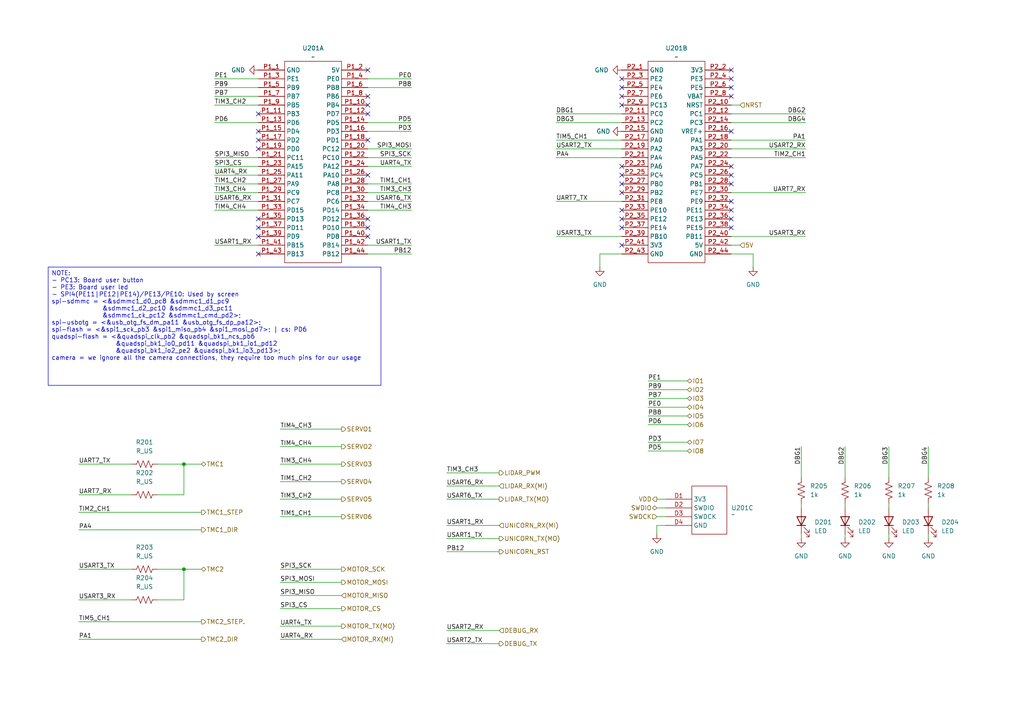
<source format=kicad_sch>
(kicad_sch (version 20250114) (generator "eeschema") (generator_version "9.0")
  (paper "A4")
  (lib_symbols
    (symbol "Device:LED" (pin_numbers (hide yes)) (pin_names (offset 1.016) (hide yes))
      (property "Reference" "D" (at 0 2.54 0))
      (property "Value" "LED" (at 0 -2.54 0))
      (symbol "LED_0_1"
        (polyline (pts (xy -3.048 -0.762) (xy -4.572 -2.286) (xy -3.81 -2.286) (xy -4.572 -2.286) (xy -4.572 -1.524)))
        (polyline (pts (xy -1.778 -0.762) (xy -3.302 -2.286) (xy -2.54 -2.286) (xy -3.302 -2.286) (xy -3.302 -1.524)))
        (polyline (pts (xy -1.27 0) (xy 1.27 0)))
        (polyline (pts (xy -1.27 -1.27) (xy -1.27 1.27)) (stroke (width 0.254)))
        (polyline (pts (xy 1.27 -1.27) (xy 1.27 1.27) (xy -1.27 0) (xy 1.27 -1.27)) (stroke (width 0.254)))
      )
      (symbol "LED_1_1"
        (pin passive line (at -3.81 0 0) (length 2.54) (name "K") (number "1"))
        (pin passive line (at 3.81 0 180) (length 2.54) (name "A") (number "2"))
      )
    )
    (symbol "Device:R_US" (pin_numbers (hide yes)) (pin_names (offset 0))
      (property "Reference" "R" (at 2.54 0 90))
      (property "Value" "R_US" (at -2.54 0 90))
      (symbol "R_US_0_1"
        (polyline (pts (xy 0 2.286) (xy 0 2.54)))
        (polyline (pts (xy 0 2.286) (xy 1.016 1.905) (xy 0 1.524) (xy -1.016 1.143) (xy 0 0.762)))
        (polyline (pts (xy 0 0.762) (xy 1.016 0.381) (xy 0 0) (xy -1.016 -0.381) (xy 0 -0.762)))
        (polyline (pts (xy 0 -0.762) (xy 1.016 -1.143) (xy 0 -1.524) (xy -1.016 -1.905) (xy 0 -2.286)))
        (polyline (pts (xy 0 -2.286) (xy 0 -2.54)))
      )
      (symbol "R_US_1_1"
        (pin passive line (at 0 3.81 270) (length 1.27) (name "~") (number "1"))
        (pin passive line (at 0 -3.81 90) (length 1.27) (name "~") (number "2"))
      )
    )
    (symbol "custom_components:WeAct_H7"
      (property "Reference" "U" (at 0 0 0))
      (symbol "WeAct_H7_1_1"
        (rectangle (start -8.89 59.69) (end 7.62 1.27))
        (pin passive line (at -16.51 57.15 0) (length 7.62) (name "GND") (number "P1_1"))
        (pin passive line (at -16.51 54.61 0) (length 7.62) (name "PE1") (number "P1_3"))
        (pin passive line (at -16.51 52.07 0) (length 7.62) (name "PB9") (number "P1_5"))
        (pin passive line (at -16.51 49.53 0) (length 7.62) (name "PB7") (number "P1_7"))
        (pin passive line (at -16.51 46.99 0) (length 7.62) (name "PB5") (number "P1_9"))
        (pin passive line (at -16.51 44.45 0) (length 7.62) (name "PB3") (number "P1_11"))
        (pin passive line (at -16.51 41.91 0) (length 7.62) (name "PD6") (number "P1_13"))
        (pin passive line (at -16.51 39.37 0) (length 7.62) (name "PD4") (number "P1_15"))
        (pin passive line (at -16.51 36.83 0) (length 7.62) (name "PD2") (number "P1_17"))
        (pin passive line (at -16.51 34.29 0) (length 7.62) (name "PD0") (number "P1_19"))
        (pin passive line (at -16.51 31.75 0) (length 7.62) (name "PC11") (number "P1_21"))
        (pin passive line (at -16.51 29.21 0) (length 7.62) (name "PA15") (number "P1_23"))
        (pin passive line (at -16.51 26.67 0) (length 7.62) (name "PA11") (number "P1_25"))
        (pin passive line (at -16.51 24.13 0) (length 7.62) (name "PA9") (number "P1_27"))
        (pin passive line (at -16.51 21.59 0) (length 7.62) (name "PC9") (number "P1_29"))
        (pin passive line (at -16.51 19.05 0) (length 7.62) (name "PC7") (number "P1_31"))
        (pin passive line (at -16.51 16.51 0) (length 7.62) (name "PD15") (number "P1_33"))
        (pin passive line (at -16.51 13.97 0) (length 7.62) (name "PD13") (number "P1_35"))
        (pin passive line (at -16.51 11.43 0) (length 7.62) (name "PD11") (number "P1_37"))
        (pin passive line (at -16.51 8.89 0) (length 7.62) (name "PD9") (number "P1_39"))
        (pin passive line (at -16.51 6.35 0) (length 7.62) (name "PB15") (number "P1_41"))
        (pin passive line (at -16.51 3.81 0) (length 7.62) (name "PB13") (number "P1_43"))
        (pin passive line (at 15.24 57.15 180) (length 7.62) (name "5V") (number "P1_2"))
        (pin passive line (at 15.24 54.61 180) (length 7.62) (name "PE0") (number "P1_4"))
        (pin passive line (at 15.24 52.07 180) (length 7.62) (name "PB8") (number "P1_6"))
        (pin passive line (at 15.24 49.53 180) (length 7.62) (name "PB6") (number "P1_8"))
        (pin passive line (at 15.24 46.99 180) (length 7.62) (name "PB4") (number "P1_10"))
        (pin passive line (at 15.24 44.45 180) (length 7.62) (name "PD7") (number "P1_12"))
        (pin passive line (at 15.24 41.91 180) (length 7.62) (name "PD5") (number "P1_14"))
        (pin passive line (at 15.24 39.37 180) (length 7.62) (name "PD3") (number "P1_16"))
        (pin passive line (at 15.24 36.83 180) (length 7.62) (name "PD1") (number "P1_18"))
        (pin passive line (at 15.24 34.29 180) (length 7.62) (name "PC12") (number "P1_20"))
        (pin passive line (at 15.24 31.75 180) (length 7.62) (name "PC10") (number "P1_22"))
        (pin passive line (at 15.24 29.21 180) (length 7.62) (name "PA12") (number "P1_24"))
        (pin passive line (at 15.24 26.67 180) (length 7.62) (name "PA10") (number "P1_26"))
        (pin passive line (at 15.24 24.13 180) (length 7.62) (name "PA8") (number "P1_28"))
        (pin passive line (at 15.24 21.59 180) (length 7.62) (name "PC8") (number "P1_30"))
        (pin passive line (at 15.24 19.05 180) (length 7.62) (name "PC6") (number "P1_32"))
        (pin passive line (at 15.24 16.51 180) (length 7.62) (name "PD14") (number "P1_34"))
        (pin passive line (at 15.24 13.97 180) (length 7.62) (name "PD12") (number "P1_36"))
        (pin passive line (at 15.24 11.43 180) (length 7.62) (name "PD10") (number "P1_38"))
        (pin passive line (at 15.24 8.89 180) (length 7.62) (name "PD8") (number "P1_40"))
        (pin passive line (at 15.24 6.35 180) (length 7.62) (name "PB14") (number "P1_42"))
        (pin passive line (at 15.24 3.81 180) (length 7.62) (name "PB12") (number "P1_44"))
      )
      (symbol "WeAct_H7_2_1"
        (rectangle (start -8.89 59.69) (end 7.62 1.27))
        (pin passive line (at -16.51 57.15 0) (length 7.62) (name "GND") (number "P2_1"))
        (pin passive line (at -16.51 54.61 0) (length 7.62) (name "PE2") (number "P2_3"))
        (pin passive line (at -16.51 52.07 0) (length 7.62) (name "PE4") (number "P2_5"))
        (pin passive line (at -16.51 49.53 0) (length 7.62) (name "PE6") (number "P2_7"))
        (pin passive line (at -16.51 46.99 0) (length 7.62) (name "PC13") (number "P2_9"))
        (pin passive line (at -16.51 44.45 0) (length 7.62) (name "PC0") (number "P2_11"))
        (pin passive line (at -16.51 41.91 0) (length 7.62) (name "PC2") (number "P2_13"))
        (pin passive line (at -16.51 39.37 0) (length 7.62) (name "GND") (number "P2_15"))
        (pin passive line (at -16.51 36.83 0) (length 7.62) (name "PA0") (number "P2_17"))
        (pin passive line (at -16.51 34.29 0) (length 7.62) (name "PA2") (number "P2_19"))
        (pin passive line (at -16.51 31.75 0) (length 7.62) (name "PA4") (number "P2_21"))
        (pin passive line (at -16.51 29.21 0) (length 7.62) (name "PA6") (number "P2_23"))
        (pin passive line (at -16.51 26.67 0) (length 7.62) (name "PC4") (number "P2_25"))
        (pin passive line (at -16.51 24.13 0) (length 7.62) (name "PB0") (number "P2_27"))
        (pin passive line (at -16.51 21.59 0) (length 7.62) (name "PB2") (number "P2_29"))
        (pin passive line (at -16.51 19.05 0) (length 7.62) (name "PE8") (number "P2_31"))
        (pin passive line (at -16.51 16.51 0) (length 7.62) (name "PE10") (number "P2_33"))
        (pin passive line (at -16.51 13.97 0) (length 7.62) (name "PE12") (number "P2_35"))
        (pin passive line (at -16.51 11.43 0) (length 7.62) (name "PE14") (number "P2_37"))
        (pin passive line (at -16.51 8.89 0) (length 7.62) (name "PB10") (number "P2_39"))
        (pin passive line (at -16.51 6.35 0) (length 7.62) (name "3V3") (number "P2_41"))
        (pin passive line (at -16.51 3.81 0) (length 7.62) (name "GND") (number "P2_43"))
        (pin passive line (at 15.24 57.15 180) (length 7.62) (name "3V3") (number "P2_2"))
        (pin passive line (at 15.24 54.61 180) (length 7.62) (name "PE3") (number "P2_4"))
        (pin passive line (at 15.24 52.07 180) (length 7.62) (name "PE5") (number "P2_6"))
        (pin passive line (at 15.24 49.53 180) (length 7.62) (name "VBAT") (number "P2_8"))
        (pin passive line (at 15.24 46.99 180) (length 7.62) (name "NRST") (number "P2_10"))
        (pin passive line (at 15.24 44.45 180) (length 7.62) (name "PC1") (number "P2_12"))
        (pin passive line (at 15.24 41.91 180) (length 7.62) (name "PC3") (number "P2_14"))
        (pin passive line (at 15.24 39.37 180) (length 7.62) (name "VREF+") (number "P2_16"))
        (pin passive line (at 15.24 36.83 180) (length 7.62) (name "PA1") (number "P2_18"))
        (pin passive line (at 15.24 34.29 180) (length 7.62) (name "PA3") (number "P2_20"))
        (pin passive line (at 15.24 31.75 180) (length 7.62) (name "PA5") (number "P2_22"))
        (pin passive line (at 15.24 29.21 180) (length 7.62) (name "PA7") (number "P2_24"))
        (pin passive line (at 15.24 26.67 180) (length 7.62) (name "PC5") (number "P2_26"))
        (pin passive line (at 15.24 24.13 180) (length 7.62) (name "PB1") (number "P2_28"))
        (pin passive line (at 15.24 21.59 180) (length 7.62) (name "PE7") (number "P2_30"))
        (pin passive line (at 15.24 19.05 180) (length 7.62) (name "PE9") (number "P2_32"))
        (pin passive line (at 15.24 16.51 180) (length 7.62) (name "PE11") (number "P2_34"))
        (pin passive line (at 15.24 13.97 180) (length 7.62) (name "PE13") (number "P2_36"))
        (pin passive line (at 15.24 11.43 180) (length 7.62) (name "PE15") (number "P2_38"))
        (pin passive line (at 15.24 8.89 180) (length 7.62) (name "PB11") (number "P2_40"))
        (pin passive line (at 15.24 6.35 180) (length 7.62) (name "5V") (number "P2_42"))
        (pin passive line (at 15.24 3.81 180) (length 7.62) (name "GND") (number "P2_44"))
      )
      (symbol "WeAct_H7_3_1"
        (rectangle (start -5.08 15.24) (end 5.08 1.27))
        (pin passive line (at -12.7 11.43 0) (length 7.62) (name "3V3") (number "D1"))
        (pin passive line (at -12.7 8.89 0) (length 7.62) (name "SWDIO") (number "D2"))
        (pin passive line (at -12.7 6.35 0) (length 7.62) (name "SWDCK") (number "D3"))
        (pin passive line (at -12.7 3.81 0) (length 7.62) (name "GND") (number "D4"))
      )
    )
    (symbol "power:GND" (power) (pin_numbers (hide yes)) (pin_names (offset 0) (hide yes))
      (property "Value" "GND" (at 0 -3.81 0))
      (symbol "GND_0_1"
        (polyline (pts (xy 0 0) (xy 0 -1.27) (xy 1.27 -1.27) (xy 0 -2.54) (xy -1.27 -1.27) (xy 0 -1.27)))
      )
      (symbol "GND_1_1"
        (pin power_in line (at 0 0 270) (length 0) (name "~") (number "1"))
      )
    )
  )
  (text_box "NOTE:\n- PC13: Board user button\n- PE3: Board user led\n- SPI4(PE11|PE12|PE14)/PE13/PE10: Used by screen\nspi-sdmmc = <&sdmmc1_d0_pc8 &sdmmc1_d1_pc9\n		     &sdmmc1_d2_pc10 &sdmmc1_d3_pc11\n		     &sdmmc1_ck_pc12 &sdmmc1_cmd_pd2>;\nspi-usbotg = <&usb_otg_fs_dm_pa11 &usb_otg_fs_dp_pa12>;\nspi-flash = <&spi1_sck_pb3 &spi1_miso_pb4 &spi1_mosi_pd7>; | cs: PD6\nquadspi-flash = <&quadspi_clk_pb2 &quadspi_bk1_ncs_pb6\n		         &quadspi_bk1_io0_pd11 &quadspi_bk1_io1_pd12\n		         &quadspi_bk1_io2_pe2 &quadspi_bk1_io3_pd13>;\ncamera = we ignore all the camera connections, they require too much pins for our usage" (at 13.97 77.47 0) (size 96.52 34.29) (margins 0.9525 0.9525 0.9525 0.9525) (effects (font (size 1.27 1.27)) (justify left top)))
  (junction (at 53.34 165.1))
  (junction (at 53.34 134.62))
  (no_connect (at 180.34 66.04))
  (no_connect (at 180.34 25.4))
  (no_connect (at 212.09 53.34))
  (no_connect (at 106.68 66.04))
  (no_connect (at 74.93 33.02))
  (no_connect (at 106.68 20.32))
  (no_connect (at 212.09 25.4))
  (no_connect (at 212.09 50.8))
  (no_connect (at 106.68 30.48))
  (no_connect (at 180.34 60.96))
  (no_connect (at 180.34 63.5))
  (no_connect (at 180.34 22.86))
  (no_connect (at 212.09 38.1))
  (no_connect (at 180.34 55.88))
  (no_connect (at 212.09 48.26))
  (no_connect (at 212.09 63.5))
  (no_connect (at 212.09 20.32))
  (no_connect (at 180.34 30.48))
  (no_connect (at 180.34 50.8))
  (no_connect (at 180.34 48.26))
  (no_connect (at 212.09 60.96))
  (no_connect (at 180.34 71.12))
  (no_connect (at 180.34 27.94))
  (no_connect (at 74.93 38.1))
  (no_connect (at 180.34 53.34))
  (no_connect (at 106.68 50.8))
  (no_connect (at 74.93 63.5))
  (no_connect (at 74.93 73.66))
  (no_connect (at 106.68 68.58))
  (no_connect (at 212.09 27.94))
  (no_connect (at 106.68 63.5))
  (no_connect (at 106.68 40.64))
  (no_connect (at 74.93 68.58))
  (no_connect (at 74.93 43.18))
  (no_connect (at 106.68 27.94))
  (no_connect (at 212.09 58.42))
  (no_connect (at 106.68 33.02))
  (no_connect (at 74.93 40.64))
  (no_connect (at 212.09 66.04))
  (no_connect (at 212.09 22.86))
  (no_connect (at 74.93 66.04))
  (wire (pts (xy 81.28 144.78) (xy 99.06 144.78)))
  (wire (pts (xy 212.09 71.12) (xy 214.63 71.12)))
  (wire (pts (xy 212.09 68.58) (xy 233.68 68.58)))
  (wire (pts (xy 62.23 55.88) (xy 74.93 55.88)))
  (wire (pts (xy 269.24 154.94) (xy 269.24 156.21)))
  (wire (pts (xy 53.34 165.1) (xy 45.72 165.1)))
  (wire (pts (xy 53.34 134.62) (xy 58.42 134.62)))
  (wire (pts (xy 106.68 25.4) (xy 119.38 25.4)))
  (wire (pts (xy 106.68 38.1) (xy 119.38 38.1)))
  (wire (pts (xy 62.23 25.4) (xy 74.93 25.4)))
  (wire (pts (xy 81.28 139.7) (xy 99.06 139.7)))
  (wire (pts (xy 161.29 43.18) (xy 180.34 43.18)))
  (wire (pts (xy 81.28 185.42) (xy 99.06 185.42)))
  (wire (pts (xy 212.09 55.88) (xy 233.68 55.88)))
  (wire (pts (xy 144.78 156.21) (xy 129.54 156.21)))
  (wire (pts (xy 173.99 73.66) (xy 173.99 77.47)))
  (wire (pts (xy 161.29 68.58) (xy 180.34 68.58)))
  (wire (pts (xy 187.96 118.11) (xy 199.39 118.11)))
  (wire (pts (xy 269.24 129.54) (xy 269.24 138.43)))
  (wire (pts (xy 106.68 35.56) (xy 119.38 35.56)))
  (wire (pts (xy 190.5 147.32) (xy 193.04 147.32)))
  (wire (pts (xy 81.28 165.1) (xy 99.06 165.1)))
  (wire (pts (xy 245.11 146.05) (xy 245.11 147.32)))
  (wire (pts (xy 257.81 129.54) (xy 257.81 138.43)))
  (wire (pts (xy 81.28 124.46) (xy 99.06 124.46)))
  (wire (pts (xy 62.23 50.8) (xy 74.93 50.8)))
  (wire (pts (xy 45.72 143.51) (xy 53.34 143.51)))
  (wire (pts (xy 106.68 22.86) (xy 119.38 22.86)))
  (wire (pts (xy 106.68 43.18) (xy 119.38 43.18)))
  (wire (pts (xy 81.28 129.54) (xy 99.06 129.54)))
  (wire (pts (xy 161.29 33.02) (xy 180.34 33.02)))
  (wire (pts (xy 45.72 173.99) (xy 53.34 173.99)))
  (wire (pts (xy 212.09 40.64) (xy 233.68 40.64)))
  (wire (pts (xy 187.96 113.03) (xy 199.39 113.03)))
  (wire (pts (xy 22.86 134.62) (xy 38.1 134.62)))
  (wire (pts (xy 106.68 55.88) (xy 119.38 55.88)))
  (wire (pts (xy 187.96 120.65) (xy 199.39 120.65)))
  (wire (pts (xy 161.29 35.56) (xy 180.34 35.56)))
  (wire (pts (xy 62.23 60.96) (xy 74.93 60.96)))
  (wire (pts (xy 245.11 154.94) (xy 245.11 156.21)))
  (wire (pts (xy 187.96 128.27) (xy 199.39 128.27)))
  (wire (pts (xy 212.09 35.56) (xy 233.68 35.56)))
  (wire (pts (xy 190.5 152.4) (xy 190.5 154.94)))
  (wire (pts (xy 81.28 149.86) (xy 99.06 149.86)))
  (wire (pts (xy 22.86 165.1) (xy 38.1 165.1)))
  (wire (pts (xy 144.78 152.4) (xy 129.54 152.4)))
  (wire (pts (xy 106.68 45.72) (xy 119.38 45.72)))
  (wire (pts (xy 161.29 45.72) (xy 180.34 45.72)))
  (wire (pts (xy 106.68 73.66) (xy 119.38 73.66)))
  (wire (pts (xy 58.42 148.59) (xy 22.86 148.59)))
  (wire (pts (xy 62.23 71.12) (xy 74.93 71.12)))
  (wire (pts (xy 58.42 180.34) (xy 22.86 180.34)))
  (wire (pts (xy 62.23 27.94) (xy 74.93 27.94)))
  (wire (pts (xy 58.42 153.67) (xy 22.86 153.67)))
  (wire (pts (xy 81.28 172.72) (xy 99.06 172.72)))
  (wire (pts (xy 187.96 115.57) (xy 199.39 115.57)))
  (wire (pts (xy 129.54 186.69) (xy 144.78 186.69)))
  (wire (pts (xy 257.81 154.94) (xy 257.81 156.21)))
  (wire (pts (xy 187.96 123.19) (xy 199.39 123.19)))
  (wire (pts (xy 161.29 40.64) (xy 180.34 40.64)))
  (wire (pts (xy 190.5 144.78) (xy 193.04 144.78)))
  (wire (pts (xy 22.86 173.99) (xy 38.1 173.99)))
  (wire (pts (xy 81.28 181.61) (xy 99.06 181.61)))
  (wire (pts (xy 212.09 43.18) (xy 233.68 43.18)))
  (wire (pts (xy 62.23 22.86) (xy 74.93 22.86)))
  (wire (pts (xy 187.96 110.49) (xy 199.39 110.49)))
  (wire (pts (xy 212.09 33.02) (xy 233.68 33.02)))
  (wire (pts (xy 62.23 30.48) (xy 74.93 30.48)))
  (wire (pts (xy 245.11 129.54) (xy 245.11 138.43)))
  (wire (pts (xy 129.54 182.88) (xy 144.78 182.88)))
  (wire (pts (xy 190.5 149.86) (xy 193.04 149.86)))
  (wire (pts (xy 144.78 144.78) (xy 129.54 144.78)))
  (wire (pts (xy 106.68 58.42) (xy 119.38 58.42)))
  (wire (pts (xy 193.04 152.4) (xy 190.5 152.4)))
  (wire (pts (xy 106.68 48.26) (xy 119.38 48.26)))
  (wire (pts (xy 106.68 71.12) (xy 119.38 71.12)))
  (wire (pts (xy 212.09 45.72) (xy 233.68 45.72)))
  (wire (pts (xy 187.96 130.81) (xy 199.39 130.81)))
  (wire (pts (xy 53.34 143.51) (xy 53.34 134.62)))
  (wire (pts (xy 62.23 53.34) (xy 74.93 53.34)))
  (wire (pts (xy 53.34 165.1) (xy 58.42 165.1)))
  (wire (pts (xy 257.81 146.05) (xy 257.81 147.32)))
  (wire (pts (xy 58.42 185.42) (xy 22.86 185.42)))
  (wire (pts (xy 232.41 146.05) (xy 232.41 147.32)))
  (wire (pts (xy 144.78 140.97) (xy 129.54 140.97)))
  (wire (pts (xy 62.23 48.26) (xy 74.93 48.26)))
  (wire (pts (xy 81.28 168.91) (xy 99.06 168.91)))
  (wire (pts (xy 212.09 73.66) (xy 218.44 73.66)))
  (wire (pts (xy 81.28 176.53) (xy 99.06 176.53)))
  (wire (pts (xy 62.23 35.56) (xy 74.93 35.56)))
  (wire (pts (xy 74.93 45.72) (xy 62.23 45.72)))
  (wire (pts (xy 218.44 73.66) (xy 218.44 77.47)))
  (wire (pts (xy 106.68 60.96) (xy 119.38 60.96)))
  (wire (pts (xy 161.29 58.42) (xy 180.34 58.42)))
  (wire (pts (xy 106.68 53.34) (xy 119.38 53.34)))
  (wire (pts (xy 214.63 30.48) (xy 212.09 30.48)))
  (wire (pts (xy 180.34 73.66) (xy 173.99 73.66)))
  (wire (pts (xy 232.41 129.54) (xy 232.41 138.43)))
  (wire (pts (xy 269.24 146.05) (xy 269.24 147.32)))
  (wire (pts (xy 81.28 134.62) (xy 99.06 134.62)))
  (wire (pts (xy 45.72 134.62) (xy 53.34 134.62)))
  (wire (pts (xy 232.41 154.94) (xy 232.41 156.21)))
  (wire (pts (xy 144.78 160.02) (xy 129.54 160.02)))
  (wire (pts (xy 53.34 173.99) (xy 53.34 165.1)))
  (wire (pts (xy 22.86 143.51) (xy 38.1 143.51)))
  (wire (pts (xy 129.54 137.16) (xy 144.78 137.16)))
  (wire (pts (xy 62.23 58.42) (xy 74.93 58.42)))
  (label "PE1" (at 187.96 110.49 0))
  (label "PB7" (at 62.23 27.94 0))
  (label "USART2_RX" (at 129.54 182.88 0))
  (label "TIM4_CH4" (at 81.28 129.54 0))
  (label "UART7_RX" (at 233.68 55.88 180))
  (label "SPI3_CS" (at 62.23 48.26 0))
  (label "TIM3_CH3" (at 119.38 55.88 180))
  (label "PD6" (at 62.23 35.56 0))
  (label "PD3" (at 187.96 128.27 0))
  (label "PB7" (at 187.96 115.57 0))
  (label "DBG2" (at 233.68 33.02 180))
  (label "USART6_TX" (at 119.38 58.42 180))
  (label "SPI3_MISO" (at 62.23 45.72 0))
  (label "UART4_RX" (at 81.28 185.42 0))
  (label "USART1_RX" (at 129.54 152.4 0))
  (label "SPI3_SCK" (at 81.28 165.1 0))
  (label "TIM1_CH1" (at 81.28 149.86 0))
  (label "USART1_TX" (at 129.54 156.21 0))
  (label "SPI3_MISO" (at 81.28 172.72 0))
  (label "TIM4_CH4" (at 62.23 60.96 0))
  (label "USART3_TX" (at 161.29 68.58 0))
  (label "PD5" (at 187.96 130.81 0))
  (label "TIM3_CH3" (at 129.54 137.16 0))
  (label "UART7_TX" (at 22.86 134.62 0))
  (label "PE0" (at 187.96 118.11 0))
  (label "USART2_TX" (at 129.54 186.69 0))
  (label "SPI3_MOSI" (at 119.38 43.18 180))
  (label "PB12" (at 119.38 73.66 180))
  (label "USART3_RX" (at 22.86 173.99 0))
  (label "PA4" (at 22.86 153.67 0))
  (label "USART6_TX" (at 129.54 144.78 0))
  (label "DBG1" (at 161.29 33.02 0))
  (label "TIM3_CH4" (at 81.28 134.62 0))
  (label "PE1" (at 62.23 22.86 0))
  (label "USART3_RX" (at 233.68 68.58 180))
  (label "DBG3" (at 161.29 35.56 0))
  (label "PD5" (at 119.38 35.56 180))
  (label "PB12" (at 129.54 160.02 0))
  (label "PD6" (at 187.96 123.19 0))
  (label "PB9" (at 62.23 25.4 0))
  (label "PB9" (at 187.96 113.03 0))
  (label "USART1_RX" (at 62.23 71.12 0))
  (label "PA1" (at 233.68 40.64 180))
  (label "USART1_TX" (at 119.38 71.12 180))
  (label "TIM4_CH3" (at 119.38 60.96 180))
  (label "DBG3" (at 257.81 129.54 270))
  (label "UART4_TX" (at 81.28 181.61 0))
  (label "TIM5_CH1" (at 22.86 180.34 0))
  (label "UART7_TX" (at 161.29 58.42 0))
  (label "TIM5_CH1" (at 161.29 40.64 0))
  (label "TIM3_CH2" (at 62.23 30.48 0))
  (label "PA1" (at 22.86 185.42 0))
  (label "PD3" (at 119.38 38.1 180))
  (label "TIM2_CH1" (at 233.68 45.72 180))
  (label "USART6_RX" (at 62.23 58.42 0))
  (label "UART4_TX" (at 119.38 48.26 180))
  (label "UART4_RX" (at 62.23 50.8 0))
  (label "TIM4_CH3" (at 81.28 124.46 0))
  (label "USART2_TX" (at 161.29 43.18 0))
  (label "DBG2" (at 245.11 129.54 270))
  (label "TIM1_CH2" (at 62.23 53.34 0))
  (label "DBG4" (at 269.24 129.54 270))
  (label "PB8" (at 187.96 120.65 0))
  (label "TIM1_CH2" (at 81.28 139.7 0))
  (label "TIM3_CH4" (at 62.23 55.88 0))
  (label "TIM3_CH2" (at 81.28 144.78 0))
  (label "PE0" (at 119.38 22.86 180))
  (label "UART7_RX" (at 22.86 143.51 0))
  (label "SPI3_SCK" (at 119.38 45.72 180))
  (label "PB8" (at 119.38 25.4 180))
  (label "USART6_RX" (at 129.54 140.97 0))
  (label "DBG1" (at 232.41 129.54 270))
  (label "USART3_TX" (at 22.86 165.1 0))
  (label "TIM1_CH1" (at 119.38 53.34 180))
  (label "TIM2_CH1" (at 22.86 148.59 0))
  (label "PA4" (at 161.29 45.72 0))
  (label "USART2_RX" (at 233.68 43.18 180))
  (label "SPI3_MOSI" (at 81.28 168.91 0))
  (label "SPI3_CS" (at 81.28 176.53 0))
  (label "DBG4" (at 233.68 35.56 180))
  (hierarchical_label "MOTOR_MISO" (shape input) (at 99.06 172.72 0))
  (hierarchical_label "IO4" (shape bidirectional) (at 199.39 118.11 0))
  (hierarchical_label "MOTOR_RX(MI)" (shape input) (at 99.06 185.42 0))
  (hierarchical_label "SERVO6" (shape output) (at 99.06 149.86 0))
  (hierarchical_label "VDD" (shape output) (at 190.5 144.78 180))
  (hierarchical_label "SWDIO" (shape bidirectional) (at 190.5 147.32 180))
  (hierarchical_label "DEBUG_TX" (shape output) (at 144.78 186.69 0))
  (hierarchical_label "SERVO2" (shape output) (at 99.06 129.54 0))
  (hierarchical_label "IO3" (shape bidirectional) (at 199.39 115.57 0))
  (hierarchical_label "TMC2" (shape bidirectional) (at 58.42 165.1 0))
  (hierarchical_label "UNICORN_RST" (shape output) (at 144.78 160.02 0))
  (hierarchical_label "LIDAR_PWM" (shape output) (at 144.78 137.16 0))
  (hierarchical_label "LIDAR_RX(MI)" (shape input) (at 144.78 140.97 0))
  (hierarchical_label "SERVO4" (shape output) (at 99.06 139.7 0))
  (hierarchical_label "5V" (shape input) (at 214.63 71.12 0))
  (hierarchical_label "TMC2_STEP." (shape output) (at 58.42 180.34 0))
  (hierarchical_label "MOTOR_MOSI" (shape output) (at 99.06 168.91 0))
  (hierarchical_label "SERVO3" (shape output) (at 99.06 134.62 0))
  (hierarchical_label "UNICORN_RX(MI)" (shape input) (at 144.78 152.4 0))
  (hierarchical_label "SWDCK" (shape input) (at 190.5 149.86 180))
  (hierarchical_label "MOTOR_TX(MO)" (shape output) (at 99.06 181.61 0))
  (hierarchical_label "IO5" (shape bidirectional) (at 199.39 120.65 0))
  (hierarchical_label "IO6" (shape bidirectional) (at 199.39 123.19 0))
  (hierarchical_label "TMC1_DIR" (shape output) (at 58.42 153.67 0))
  (hierarchical_label "LIDAR_TX(MO)" (shape output) (at 144.78 144.78 0))
  (hierarchical_label "TMC1" (shape bidirectional) (at 58.42 134.62 0))
  (hierarchical_label "IO7" (shape bidirectional) (at 199.39 128.27 0))
  (hierarchical_label "DEBUG_RX" (shape input) (at 144.78 182.88 0))
  (hierarchical_label "MOTOR_CS" (shape output) (at 99.06 176.53 0))
  (hierarchical_label "SERVO1" (shape output) (at 99.06 124.46 0))
  (hierarchical_label "UNICORN_TX(MO)" (shape output) (at 144.78 156.21 0))
  (hierarchical_label "MOTOR_SCK" (shape output) (at 99.06 165.1 0))
  (hierarchical_label "TMC1_STEP" (shape output) (at 58.42 148.59 0))
  (hierarchical_label "IO2" (shape bidirectional) (at 199.39 113.03 0))
  (hierarchical_label "IO1" (shape bidirectional) (at 199.39 110.49 0))
  (hierarchical_label "TMC2_DIR" (shape output) (at 58.42 185.42 0))
  (hierarchical_label "IO8" (shape bidirectional) (at 199.39 130.81 0))
  (hierarchical_label "SERVO5" (shape output) (at 99.06 144.78 0))
  (hierarchical_label "NRST" (shape input) (at 214.63 30.48 0))
  (symbol (lib_id "power:GND") (at 180.34 38.1 270) (unit 1)
    (property "Reference" "#PWR0210" (effects (hide yes)))
    (property "Value" "GND" (at 177.038 38.1 90) (effects (justify right)))
    (property "Description" "Power symbol creates a global label with name \"GND\" , ground" (effects (hide yes)))
  )
  (symbol (lib_id "Device:LED") (at 257.81 151.13 90) (unit 1)
    (property "Reference" "D203" (at 261.62 151.4474 90) (effects (justify right)))
    (property "Value" "LED" (at 261.62 153.9874 90) (effects (justify right)))
    (property "Footprint" "LED_SMD:LED_0805_2012Metric_Pad1.15x1.40mm_HandSolder" (effects (hide yes)))
    (property "Description" "Light emitting diode" (effects (hide yes)))
    (property "Sim.Pins" "1=K 2=A" (effects (hide yes)))
  )
  (symbol (lib_id "power:GND") (at 74.93 20.32 270) (unit 1)
    (property "Reference" "#PWR0209" (effects (hide yes)))
    (property "Value" "GND" (at 71.12 20.3199 90) (effects (justify right)))
    (property "Description" "Power symbol creates a global label with name \"GND\" , ground" (effects (hide yes)))
  )
  (symbol (lib_id "Device:R_US") (at 41.91 134.62 90) (unit 1)
    (property "Reference" "R201" (at 41.91 128.27 90))
    (property "Value" "R_US" (at 41.91 130.81 90))
    (property "Footprint" "Resistor_SMD:R_0805_2012Metric_Pad1.20x1.40mm_HandSolder" (effects (hide yes)))
    (property "Description" "Resistor, US symbol" (effects (hide yes)))
  )
  (symbol (lib_id "Device:R_US") (at 245.11 142.24 0) (mirror y) (unit 1)
    (property "Reference" "R206" (at 247.65 140.9699 0) (effects (justify right)))
    (property "Value" "1k" (at 247.65 143.5099 0) (effects (justify right)))
    (property "Footprint" "Resistor_SMD:R_0603_1608Metric_Pad0.98x0.95mm_HandSolder" (effects (hide yes)))
    (property "Description" "Resistor, US symbol" (effects (hide yes)))
  )
  (symbol (lib_id "Device:R_US") (at 232.41 142.24 0) (mirror y) (unit 1)
    (property "Reference" "R205" (at 234.95 140.9699 0) (effects (justify right)))
    (property "Value" "1k" (at 234.95 143.5099 0) (effects (justify right)))
    (property "Footprint" "Resistor_SMD:R_0603_1608Metric_Pad0.98x0.95mm_HandSolder" (effects (hide yes)))
    (property "Description" "Resistor, US symbol" (effects (hide yes)))
  )
  (symbol (lib_id "Device:LED") (at 232.41 151.13 90) (unit 1)
    (property "Reference" "D201" (at 236.22 151.4474 90) (effects (justify right)))
    (property "Value" "LED" (at 236.22 153.9874 90) (effects (justify right)))
    (property "Footprint" "LED_SMD:LED_0805_2012Metric_Pad1.15x1.40mm_HandSolder" (effects (hide yes)))
    (property "Description" "Light emitting diode" (effects (hide yes)))
    (property "Sim.Pins" "1=K 2=A" (effects (hide yes)))
  )
  (symbol (lib_id "power:GND") (at 269.24 156.21 0) (mirror y) (unit 1)
    (property "Reference" "#PWR0207" (effects (hide yes)))
    (property "Value" "GND" (at 269.24 161.29 0))
    (property "Description" "Power symbol creates a global label with name \"GND\" , ground" (effects (hide yes)))
  )
  (symbol (lib_id "Device:R_US") (at 257.81 142.24 0) (mirror y) (unit 1)
    (property "Reference" "R207" (at 260.35 140.9699 0) (effects (justify right)))
    (property "Value" "1k" (at 260.35 143.5099 0) (effects (justify right)))
    (property "Footprint" "Resistor_SMD:R_0603_1608Metric_Pad0.98x0.95mm_HandSolder" (effects (hide yes)))
    (property "Description" "Resistor, US symbol" (effects (hide yes)))
  )
  (symbol (lib_id "Device:R_US") (at 41.91 165.1 90) (unit 1)
    (property "Reference" "R203" (at 41.91 158.75 90))
    (property "Value" "R_US" (at 41.91 161.29 90))
    (property "Footprint" "Resistor_SMD:R_0805_2012Metric_Pad1.20x1.40mm_HandSolder" (effects (hide yes)))
    (property "Description" "Resistor, US symbol" (effects (hide yes)))
  )
  (symbol (lib_id "Device:R_US") (at 41.91 143.51 90) (unit 1)
    (property "Reference" "R202" (at 41.91 137.16 90))
    (property "Value" "R_US" (at 41.91 139.7 90))
    (property "Footprint" "Resistor_SMD:R_0805_2012Metric_Pad1.20x1.40mm_HandSolder" (effects (hide yes)))
    (property "Description" "Resistor, US symbol" (effects (hide yes)))
  )
  (symbol (lib_id "power:GND") (at 218.44 77.47 0) (unit 1)
    (property "Reference" "#PWR0203" (effects (hide yes)))
    (property "Value" "GND" (at 218.44 82.55 0))
    (property "Description" "Power symbol creates a global label with name \"GND\" , ground" (effects (hide yes)))
  )
  (symbol (lib_id "power:GND") (at 245.11 156.21 0) (mirror y) (unit 1)
    (property "Reference" "#PWR0205" (effects (hide yes)))
    (property "Value" "GND" (at 245.11 161.29 0))
    (property "Description" "Power symbol creates a global label with name \"GND\" , ground" (effects (hide yes)))
  )
  (symbol (lib_id "power:GND") (at 173.99 77.47 0) (unit 1)
    (property "Reference" "#PWR0201" (effects (hide yes)))
    (property "Value" "GND" (at 173.99 82.55 0))
    (property "Description" "Power symbol creates a global label with name \"GND\" , ground" (effects (hide yes)))
  )
  (symbol (lib_id "power:GND") (at 190.5 154.94 0) (unit 1)
    (property "Reference" "#PWR0202" (effects (hide yes)))
    (property "Value" "GND" (at 190.5 160.02 0))
    (property "Description" "Power symbol creates a global label with name \"GND\" , ground" (effects (hide yes)))
  )
  (symbol (lib_id "custom_components:WeAct_H7") (at 205.74 156.21 0) (unit 3)
    (property "Reference" "U201" (at 212.09 147.3199 0) (effects (justify left)))
    (property "Value" "~" (at 212.09 149.225 0) (effects (justify left)))
    (property "Footprint" "Library:WeAct 32H7xx" (effects (hide yes)))
  )
  (symbol (lib_id "Device:R_US") (at 41.91 173.99 90) (unit 1)
    (property "Reference" "R204" (at 41.91 167.64 90))
    (property "Value" "R_US" (at 41.91 170.18 90))
    (property "Footprint" "Resistor_SMD:R_0805_2012Metric_Pad1.20x1.40mm_HandSolder" (effects (hide yes)))
    (property "Description" "Resistor, US symbol" (effects (hide yes)))
  )
  (symbol (lib_id "custom_components:WeAct_H7") (at 196.85 77.47 0) (unit 2)
    (property "Reference" "U201" (at 196.215 13.97 0))
    (property "Value" "~" (at 196.215 16.51 0))
    (property "Footprint" "Library:WeAct 32H7xx" (effects (hide yes)))
  )
  (symbol (lib_id "power:GND") (at 180.34 20.32 270) (unit 1)
    (property "Reference" "#PWR0208" (effects (hide yes)))
    (property "Value" "GND" (at 176.53 20.3199 90) (effects (justify right)))
    (property "Description" "Power symbol creates a global label with name \"GND\" , ground" (effects (hide yes)))
  )
  (symbol (lib_id "custom_components:WeAct_H7") (at 91.44 77.47 0) (unit 1)
    (property "Reference" "U201" (at 90.805 13.97 0))
    (property "Value" "~" (at 90.805 16.51 0))
    (property "Footprint" "Library:WeAct 32H7xx" (effects (hide yes)))
  )
  (symbol (lib_id "Device:R_US") (at 269.24 142.24 0) (mirror y) (unit 1)
    (property "Reference" "R208" (at 271.78 140.9699 0) (effects (justify right)))
    (property "Value" "1k" (at 271.78 143.5099 0) (effects (justify right)))
    (property "Footprint" "Resistor_SMD:R_0603_1608Metric_Pad0.98x0.95mm_HandSolder" (effects (hide yes)))
    (property "Description" "Resistor, US symbol" (effects (hide yes)))
  )
  (symbol (lib_id "power:GND") (at 232.41 156.21 0) (mirror y) (unit 1)
    (property "Reference" "#PWR0204" (effects (hide yes)))
    (property "Value" "GND" (at 232.41 161.29 0))
    (property "Description" "Power symbol creates a global label with name \"GND\" , ground" (effects (hide yes)))
  )
  (symbol (lib_id "power:GND") (at 257.81 156.21 0) (mirror y) (unit 1)
    (property "Reference" "#PWR0206" (effects (hide yes)))
    (property "Value" "GND" (at 257.81 161.29 0))
    (property "Description" "Power symbol creates a global label with name \"GND\" , ground" (effects (hide yes)))
  )
  (symbol (lib_id "Device:LED") (at 245.11 151.13 90) (unit 1)
    (property "Reference" "D202" (at 248.92 151.4474 90) (effects (justify right)))
    (property "Value" "LED" (at 248.92 153.9874 90) (effects (justify right)))
    (property "Footprint" "LED_SMD:LED_0805_2012Metric_Pad1.15x1.40mm_HandSolder" (effects (hide yes)))
    (property "Description" "Light emitting diode" (effects (hide yes)))
    (property "Sim.Pins" "1=K 2=A" (effects (hide yes)))
  )
  (symbol (lib_id "Device:LED") (at 269.24 151.13 90) (unit 1)
    (property "Reference" "D204" (at 273.05 151.4474 90) (effects (justify right)))
    (property "Value" "LED" (at 273.05 153.9874 90) (effects (justify right)))
    (property "Footprint" "LED_SMD:LED_0805_2012Metric_Pad1.15x1.40mm_HandSolder" (effects (hide yes)))
    (property "Description" "Light emitting diode" (effects (hide yes)))
    (property "Sim.Pins" "1=K 2=A" (effects (hide yes)))
  )
)
</source>
